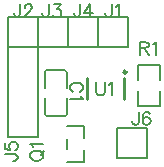
<source format=gto>
G04 Layer: TopSilkscreenLayer*
G04 EasyEDA v6.5.22, 2023-01-29 16:20:57*
G04 7520cde8495a43b9bb6cbe3639bf649a,cd312f753a894c7fad135853063bf967,10*
G04 Gerber Generator version 0.2*
G04 Scale: 100 percent, Rotated: No, Reflected: No *
G04 Dimensions in millimeters *
G04 leading zeros omitted , absolute positions ,4 integer and 5 decimal *
%FSLAX45Y45*%
%MOMM*%

%ADD10C,0.1524*%
%ADD11C,0.2540*%
%ADD12C,0.2032*%
%ADD13C,0.2030*%

%LPD*%
D10*
X291084Y-1289557D02*
G01*
X296163Y-1299971D01*
X306578Y-1310386D01*
X316992Y-1315720D01*
X332739Y-1320800D01*
X358647Y-1320800D01*
X374142Y-1315720D01*
X384555Y-1310386D01*
X394970Y-1299971D01*
X400050Y-1289557D01*
X400050Y-1268729D01*
X394970Y-1258570D01*
X384555Y-1248155D01*
X374142Y-1242821D01*
X358647Y-1237742D01*
X332739Y-1237742D01*
X316992Y-1242821D01*
X306578Y-1248155D01*
X296163Y-1258570D01*
X291084Y-1268729D01*
X291084Y-1289557D01*
X379476Y-1274063D02*
G01*
X410463Y-1242821D01*
X311912Y-1203452D02*
G01*
X306578Y-1193037D01*
X291084Y-1177289D01*
X400050Y-1177289D01*
X850900Y-659384D02*
G01*
X850900Y-737362D01*
X855979Y-752855D01*
X866394Y-763270D01*
X882142Y-768350D01*
X892555Y-768350D01*
X908050Y-763270D01*
X918463Y-752855D01*
X923544Y-737362D01*
X923544Y-659384D01*
X957834Y-680212D02*
G01*
X968247Y-674878D01*
X983995Y-659384D01*
X983995Y-768350D01*
X711707Y-738378D02*
G01*
X722121Y-733044D01*
X732536Y-722629D01*
X737615Y-712470D01*
X737615Y-691642D01*
X732536Y-681228D01*
X722121Y-670813D01*
X711707Y-665479D01*
X695960Y-660400D01*
X670052Y-660400D01*
X654557Y-665479D01*
X644144Y-670813D01*
X633729Y-681228D01*
X628650Y-691642D01*
X628650Y-712470D01*
X633729Y-722629D01*
X644144Y-733044D01*
X654557Y-738378D01*
X716787Y-772668D02*
G01*
X722121Y-783081D01*
X737615Y-798576D01*
X628650Y-798576D01*
X1219200Y-316484D02*
G01*
X1219200Y-425450D01*
X1219200Y-316484D02*
G01*
X1265936Y-316484D01*
X1281429Y-321563D01*
X1286763Y-326897D01*
X1291844Y-337312D01*
X1291844Y-347726D01*
X1286763Y-358139D01*
X1281429Y-363220D01*
X1265936Y-368300D01*
X1219200Y-368300D01*
X1255521Y-368300D02*
G01*
X1291844Y-425450D01*
X1326134Y-337312D02*
G01*
X1336547Y-331978D01*
X1352295Y-316484D01*
X1352295Y-425450D01*
X979170Y1015D02*
G01*
X979170Y-82042D01*
X973836Y-97789D01*
X968755Y-102870D01*
X958342Y-107950D01*
X947928Y-107950D01*
X937513Y-102870D01*
X932179Y-97789D01*
X927100Y-82042D01*
X927100Y-71628D01*
X1013460Y-19812D02*
G01*
X1023620Y-14478D01*
X1039368Y1015D01*
X1039368Y-107950D01*
X204470Y1015D02*
G01*
X204470Y-82042D01*
X199136Y-97789D01*
X194055Y-102870D01*
X183642Y-107950D01*
X173228Y-107950D01*
X162813Y-102870D01*
X157479Y-97789D01*
X152400Y-82042D01*
X152400Y-71628D01*
X243839Y-24892D02*
G01*
X243839Y-19812D01*
X248920Y-9397D01*
X254254Y-4063D01*
X264668Y1015D01*
X285495Y1015D01*
X295910Y-4063D01*
X300989Y-9397D01*
X306070Y-19812D01*
X306070Y-30226D01*
X300989Y-40639D01*
X290576Y-56134D01*
X238760Y-107950D01*
X311404Y-107950D01*
X445770Y1015D02*
G01*
X445770Y-82042D01*
X440436Y-97789D01*
X435355Y-102870D01*
X424942Y-107950D01*
X414528Y-107950D01*
X404113Y-102870D01*
X398779Y-97789D01*
X393700Y-82042D01*
X393700Y-71628D01*
X490220Y1015D02*
G01*
X547370Y1015D01*
X516381Y-40639D01*
X531876Y-40639D01*
X542289Y-45720D01*
X547370Y-50800D01*
X552704Y-66547D01*
X552704Y-76962D01*
X547370Y-92455D01*
X537210Y-102870D01*
X521462Y-107950D01*
X505968Y-107950D01*
X490220Y-102870D01*
X485139Y-97789D01*
X480060Y-87376D01*
X712470Y1015D02*
G01*
X712470Y-82042D01*
X707136Y-97789D01*
X702055Y-102870D01*
X691642Y-107950D01*
X681228Y-107950D01*
X670813Y-102870D01*
X665479Y-97789D01*
X660400Y-82042D01*
X660400Y-71628D01*
X798576Y1015D02*
G01*
X746760Y-71628D01*
X824484Y-71628D01*
X798576Y1015D02*
G01*
X798576Y-107950D01*
X75184Y-1268729D02*
G01*
X158242Y-1268729D01*
X173989Y-1274063D01*
X179070Y-1279144D01*
X184150Y-1289557D01*
X184150Y-1299971D01*
X179070Y-1310386D01*
X173989Y-1315720D01*
X158242Y-1320800D01*
X147828Y-1320800D01*
X75184Y-1172210D02*
G01*
X75184Y-1224279D01*
X121920Y-1229360D01*
X116839Y-1224279D01*
X111505Y-1208531D01*
X111505Y-1193037D01*
X116839Y-1177289D01*
X127000Y-1167129D01*
X142747Y-1161795D01*
X153162Y-1161795D01*
X168655Y-1167129D01*
X179070Y-1177289D01*
X184150Y-1193037D01*
X184150Y-1208531D01*
X179070Y-1224279D01*
X173989Y-1229360D01*
X163576Y-1234439D01*
X1207770Y-910844D02*
G01*
X1207770Y-993902D01*
X1202436Y-1009650D01*
X1197355Y-1014729D01*
X1186942Y-1019810D01*
X1176528Y-1019810D01*
X1166113Y-1014729D01*
X1160779Y-1009650D01*
X1155700Y-993902D01*
X1155700Y-983487D01*
X1304289Y-926337D02*
G01*
X1299210Y-915923D01*
X1283462Y-910844D01*
X1273047Y-910844D01*
X1257554Y-915923D01*
X1247139Y-931671D01*
X1242060Y-957579D01*
X1242060Y-983487D01*
X1247139Y-1004315D01*
X1257554Y-1014729D01*
X1273047Y-1019810D01*
X1278381Y-1019810D01*
X1293876Y-1014729D01*
X1304289Y-1004315D01*
X1309370Y-988821D01*
X1309370Y-983487D01*
X1304289Y-967994D01*
X1293876Y-957579D01*
X1278381Y-952500D01*
X1273047Y-952500D01*
X1257554Y-957579D01*
X1247139Y-967994D01*
X1242060Y-983487D01*
X600478Y-1333720D02*
G01*
X745721Y-1333720D01*
X745721Y-1230558D01*
X600478Y-1028479D02*
G01*
X745721Y-1028479D01*
X745721Y-1131641D01*
X600478Y-1226639D02*
G01*
X600478Y-1135560D01*
D11*
X772109Y-801199D02*
G01*
X772109Y-621197D01*
X1082111Y-801199D02*
G01*
X1082111Y-621197D01*
D10*
X598360Y-930419D02*
G01*
X598360Y-789419D01*
X417639Y-789419D02*
G01*
X417639Y-930419D01*
X432879Y-945659D02*
G01*
X583120Y-945659D01*
X598360Y-568180D02*
G01*
X598360Y-709180D01*
X417639Y-709180D02*
G01*
X417639Y-568180D01*
X432879Y-552940D02*
G01*
X583120Y-552940D01*
X1387109Y-638180D02*
G01*
X1387109Y-509686D01*
X1203690Y-509686D01*
X1203690Y-638180D01*
X1387109Y-733419D02*
G01*
X1387109Y-861913D01*
X1203690Y-861913D01*
X1203690Y-733419D01*
D12*
X1117600Y-355600D02*
G01*
X863600Y-355600D01*
X863600Y-101600D01*
X1117600Y-101600D01*
X1117600Y-292100D01*
D13*
X1117600Y-355600D02*
G01*
X1117600Y-292100D01*
D12*
X355600Y-355600D02*
G01*
X101600Y-355600D01*
X101600Y-101600D01*
X355600Y-101600D01*
X355600Y-292100D01*
D13*
X355600Y-355600D02*
G01*
X355600Y-292100D01*
D12*
X609600Y-355600D02*
G01*
X355600Y-355600D01*
X355600Y-101600D01*
X609600Y-101600D01*
X609600Y-292100D01*
D13*
X609600Y-355600D02*
G01*
X609600Y-292100D01*
D12*
X863600Y-355600D02*
G01*
X609600Y-355600D01*
X609600Y-101600D01*
X863600Y-101600D01*
X863600Y-292100D01*
D13*
X863600Y-355600D02*
G01*
X863600Y-292100D01*
D12*
X101600Y-609600D02*
G01*
X101600Y-355600D01*
X353060Y-355600D01*
X353060Y-1117600D01*
X101600Y-1117600D01*
X101600Y-609600D01*
X1282700Y-1295400D02*
G01*
X1028700Y-1295400D01*
X1028700Y-1041400D01*
X1282700Y-1041400D01*
X1282700Y-1231900D01*
D13*
X1282700Y-1295400D02*
G01*
X1282700Y-1231900D01*
D10*
G75*
G01*
X417640Y-930420D02*
G03*
X432880Y-945660I15240J0D01*
G75*
G01*
X583120Y-945660D02*
G03*
X598360Y-930420I0J15240D01*
G75*
G01*
X417640Y-568180D02*
G02*
X432880Y-552940I15240J0D01*
G75*
G01*
X583120Y-552940D02*
G02*
X598360Y-568180I0J-15240D01*
D11*
G75*
G01
X1104900Y-571500D02*
G03X1104900Y-571500I-12700J0D01*
M02*

</source>
